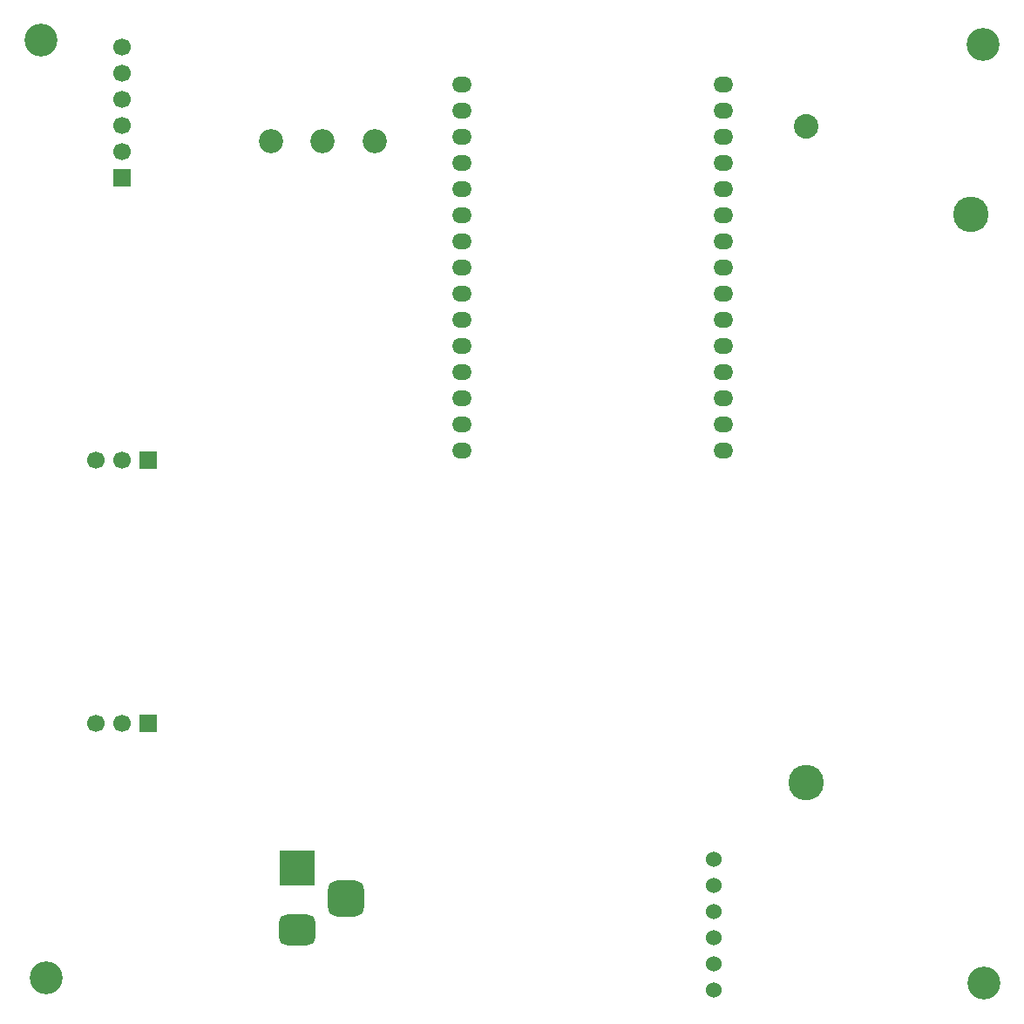
<source format=gbr>
%TF.GenerationSoftware,KiCad,Pcbnew,9.0.6*%
%TF.CreationDate,2025-11-27T10:25:12-05:00*%
%TF.ProjectId,Proyecto 2,50726f79-6563-4746-9f20-322e6b696361,rev?*%
%TF.SameCoordinates,Original*%
%TF.FileFunction,Soldermask,Top*%
%TF.FilePolarity,Negative*%
%FSLAX46Y46*%
G04 Gerber Fmt 4.6, Leading zero omitted, Abs format (unit mm)*
G04 Created by KiCad (PCBNEW 9.0.6) date 2025-11-27 10:25:12*
%MOMM*%
%LPD*%
G01*
G04 APERTURE LIST*
G04 Aperture macros list*
%AMRoundRect*
0 Rectangle with rounded corners*
0 $1 Rounding radius*
0 $2 $3 $4 $5 $6 $7 $8 $9 X,Y pos of 4 corners*
0 Add a 4 corners polygon primitive as box body*
4,1,4,$2,$3,$4,$5,$6,$7,$8,$9,$2,$3,0*
0 Add four circle primitives for the rounded corners*
1,1,$1+$1,$2,$3*
1,1,$1+$1,$4,$5*
1,1,$1+$1,$6,$7*
1,1,$1+$1,$8,$9*
0 Add four rect primitives between the rounded corners*
20,1,$1+$1,$2,$3,$4,$5,0*
20,1,$1+$1,$4,$5,$6,$7,0*
20,1,$1+$1,$6,$7,$8,$9,0*
20,1,$1+$1,$8,$9,$2,$3,0*%
G04 Aperture macros list end*
%ADD10C,3.200000*%
%ADD11C,1.524000*%
%ADD12C,2.340000*%
%ADD13R,1.700000X1.700000*%
%ADD14C,1.700000*%
%ADD15R,3.500000X3.500000*%
%ADD16RoundRect,0.750000X1.000000X-0.750000X1.000000X0.750000X-1.000000X0.750000X-1.000000X-0.750000X0*%
%ADD17RoundRect,0.875000X0.875000X-0.875000X0.875000X0.875000X-0.875000X0.875000X-0.875000X-0.875000X0*%
%ADD18O,1.900000X1.524000*%
%ADD19C,2.390000*%
%ADD20C,3.450000*%
G04 APERTURE END LIST*
D10*
%TO.C,H1*%
X206100000Y-39000000D03*
%TD*%
%TO.C,H4*%
X115100000Y-129700000D03*
%TD*%
%TO.C,H2*%
X206200000Y-130200000D03*
%TD*%
%TO.C,H3*%
X114600000Y-38600000D03*
%TD*%
D11*
%TO.C,U2*%
X179930000Y-130850000D03*
X179930000Y-128310000D03*
X179930000Y-125770000D03*
X179930000Y-123230000D03*
X179930000Y-120690000D03*
X179930000Y-118150000D03*
%TD*%
D12*
%TO.C,RV1*%
X146995590Y-48423478D03*
X141995590Y-48423478D03*
X136995590Y-48423478D03*
%TD*%
D13*
%TO.C,J2*%
X125000000Y-79400000D03*
D14*
X122460000Y-79400000D03*
X119920000Y-79400000D03*
%TD*%
D13*
%TO.C,J1*%
X122500000Y-52000000D03*
D14*
X122500000Y-49460000D03*
X122500000Y-46920000D03*
X122500000Y-44380000D03*
X122500000Y-41840000D03*
X122500000Y-39300000D03*
%TD*%
D15*
%TO.C,J4*%
X139500000Y-119000000D03*
D16*
X139500000Y-125000000D03*
D17*
X144200000Y-122000000D03*
%TD*%
D13*
%TO.C,J3*%
X124995420Y-104999084D03*
D14*
X122455420Y-104999084D03*
X119915420Y-104999084D03*
%TD*%
D18*
%TO.C,U3*%
X155484055Y-78481904D03*
X155484055Y-75941904D03*
X155484055Y-73401904D03*
X155484055Y-70861904D03*
X155484055Y-68321904D03*
X155484055Y-65781904D03*
X155484055Y-63241904D03*
X155484055Y-60701904D03*
X155484055Y-58161904D03*
X155484055Y-55621904D03*
X155484055Y-53081904D03*
X155484055Y-50541904D03*
X155484055Y-48001904D03*
X155484055Y-45461904D03*
X155484055Y-42921904D03*
X180884055Y-78481904D03*
X180884055Y-75941904D03*
X180884055Y-73401904D03*
X180884055Y-70861904D03*
X180884055Y-68321904D03*
X180884055Y-65781904D03*
X180884055Y-63241904D03*
X180884055Y-60701904D03*
X180884055Y-58161904D03*
X180884055Y-55621904D03*
X180884055Y-53081904D03*
X180884055Y-50541904D03*
X180884055Y-48001904D03*
X180884055Y-45461904D03*
X180884055Y-42921904D03*
%TD*%
D19*
%TO.C,BT1*%
X188954923Y-46968232D03*
D20*
X204954923Y-55478232D03*
X188954923Y-110718232D03*
%TD*%
M02*

</source>
